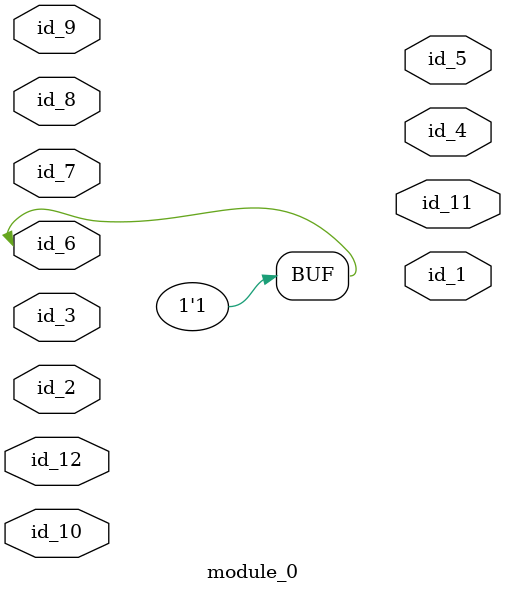
<source format=v>
`timescale 1 ps / 1ps
module module_0 (
    id_1,
    id_2,
    id_3,
    id_4,
    id_5,
    id_6,
    id_7,
    id_8,
    id_9,
    id_10,
    id_11,
    id_12
);
  inout id_12;
  output id_11;
  inout id_10;
  input id_9;
  input id_8;
  input id_7;
  inout id_6;
  output id_5;
  output id_4;
  inout id_3;
  inout id_2;
  output id_1;
  assign id_6 = 1;
endmodule

</source>
